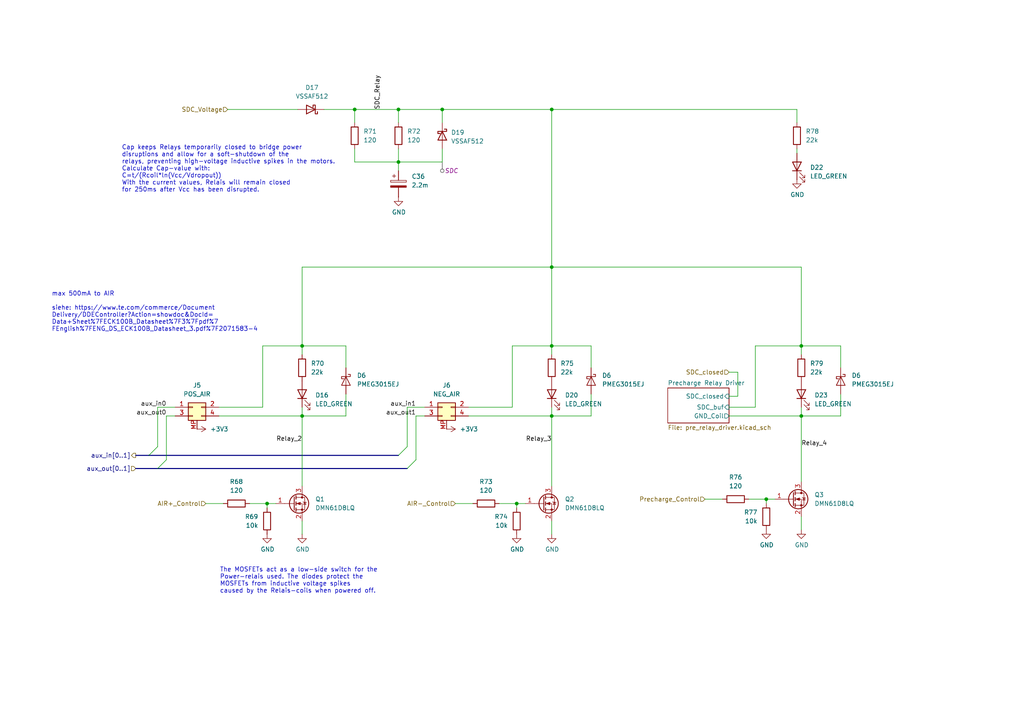
<source format=kicad_sch>
(kicad_sch (version 20250114) (generator "eeschema") (generator_version "9.0")
  (paper "A4")
  (title_block (title "Relay Drivers") (date "2025-03-09") (rev "V1") (comment 1 "Lene Marquardt"))
  (lib_symbols
    (symbol "Device:C_Polarized" (pin_numbers (hide yes)) (pin_names (offset 0.254))
      (property "Reference" "C" (at 0.635 2.54 0))
      (property "Value" "C_Polarized" (at 0.635 -2.54 0))
      (symbol "C_Polarized_0_1"
        (rectangle (start -2.286 0.508) (end 2.286 1.016))
        (polyline (pts (xy -1.778 2.286) (xy -0.762 2.286)))
        (polyline (pts (xy -1.27 2.794) (xy -1.27 1.778)))
        (rectangle (start 2.286 -0.508) (end -2.286 -1.016) (fill (type outline)))
      )
      (symbol "C_Polarized_1_1"
        (pin passive line (at 0 3.81 270) (length 2.794) (name "~") (number "1"))
        (pin passive line (at 0 -3.81 90) (length 2.794) (name "~") (number "2"))
      )
    )
    (symbol "Device:LED" (pin_numbers (hide yes)) (pin_names (offset 1.016) (hide yes))
      (property "Reference" "D" (at 0 2.54 0))
      (property "Value" "LED" (at 0 -2.54 0))
      (symbol "LED_0_1"
        (polyline (pts (xy -3.048 -0.762) (xy -4.572 -2.286) (xy -3.81 -2.286) (xy -4.572 -2.286) (xy -4.572 -1.524)))
        (polyline (pts (xy -1.778 -0.762) (xy -3.302 -2.286) (xy -2.54 -2.286) (xy -3.302 -2.286) (xy -3.302 -1.524)))
        (polyline (pts (xy -1.27 0) (xy 1.27 0)))
        (polyline (pts (xy -1.27 -1.27) (xy -1.27 1.27)) (stroke (width 0.254)))
        (polyline (pts (xy 1.27 -1.27) (xy 1.27 1.27) (xy -1.27 0) (xy 1.27 -1.27)) (stroke (width 0.254)))
      )
      (symbol "LED_1_1"
        (pin passive line (at -3.81 0 0) (length 2.54) (name "K") (number "1"))
        (pin passive line (at 3.81 0 180) (length 2.54) (name "A") (number "2"))
      )
    )
    (symbol "Device:R" (pin_numbers (hide yes)) (pin_names (offset 0))
      (property "Reference" "R" (at 2.032 0 90))
      (property "Value" "R" (at 0 0 90))
      (symbol "R_0_1"
        (rectangle (start -1.016 -2.54) (end 1.016 2.54) (stroke (width 0.254)))
      )
      (symbol "R_1_1"
        (pin passive line (at 0 3.81 270) (length 1.27) (name "~") (number "1"))
        (pin passive line (at 0 -3.81 90) (length 1.27) (name "~") (number "2"))
      )
    )
    (symbol "Diode:PMEG3015EJ" (pin_numbers (hide yes)) (pin_names (hide yes))
      (property "Reference" "D" (at 0 2.54 0))
      (property "Value" "PMEG3015EJ" (at 0 -2.54 0))
      (symbol "PMEG3015EJ_0_1"
        (polyline (pts (xy -1.905 0.635) (xy -1.905 1.27) (xy -1.27 1.27) (xy -1.27 -1.27) (xy -0.635 -1.27) (xy -0.635 -0.635)) (stroke (width 0.2032)))
        (polyline (pts (xy 1.27 1.27) (xy 1.27 -1.27) (xy -1.27 0) (xy 1.27 1.27)) (stroke (width 0.2032)))
        (polyline (pts (xy 1.27 0) (xy -1.27 0)))
      )
      (symbol "PMEG3015EJ_1_1"
        (pin passive line (at -3.81 0 0) (length 2.54) (name "K") (number "1"))
        (pin passive line (at 3.81 0 180) (length 2.54) (name "A") (number "2"))
      )
    )
    (symbol "Master:MMNL_2x2p_vertical" (pin_names (offset 1.016) (hide yes))
      (property "Reference" "J" (at 1.27 2.54 0))
      (property "Value" "MMNL_2x2p_vertical" (at 1.27 -5.08 0))
      (symbol "MMNL_2x2p_vertical_1_1"
        (rectangle (start -1.27 1.27) (end 3.81 -3.81) (stroke (width 0.254)) (fill (type background)))
        (rectangle (start -1.27 0.127) (end 0 -0.127) (stroke (width 0.1524)))
        (rectangle (start -1.27 -2.413) (end 0 -2.667) (stroke (width 0.1524)))
        (rectangle (start 3.81 0.127) (end 2.54 -0.127) (stroke (width 0.1524)))
        (rectangle (start 3.81 -2.413) (end 2.54 -2.667) (stroke (width 0.1524)))
        (pin passive line (at -5.08 0 0) (length 3.81) (name "Pin_1") (number "1"))
        (pin passive line (at -5.08 -2.54 0) (length 3.81) (name "Pin_3") (number "3"))
        (pin passive line (at 1.27 -6.35 90) (length 2.54) (name "") (number "MP"))
        (pin passive line (at 7.62 0 180) (length 3.81) (name "Pin_2") (number "2"))
        (pin passive line (at 7.62 -2.54 180) (length 3.81) (name "Pin_4") (number "4"))
      )
    )
    (symbol "Master:VSSAF512" (pin_numbers (hide yes)) (pin_names (offset 1.016) (hide yes))
      (property "Reference" "D" (at 0 2.54 0))
      (property "Value" "VSSAF512" (at 0 -2.54 0))
      (symbol "VSSAF512_0_1"
        (polyline (pts (xy -1.905 0.635) (xy -1.905 1.27) (xy -1.27 1.27) (xy -1.27 -1.27) (xy -0.635 -1.27) (xy -0.635 -0.635)) (stroke (width 0.254)))
        (polyline (pts (xy 1.27 1.27) (xy 1.27 -1.27) (xy -1.27 0) (xy 1.27 1.27)) (stroke (width 0.254)))
        (polyline (pts (xy 1.27 0) (xy -1.27 0)))
      )
      (symbol "VSSAF512_1_1"
        (pin passive line (at -3.81 0 0) (length 2.54) (name "K") (number "1"))
        (pin passive line (at 3.81 0 180) (length 2.54) (name "A") (number "2"))
      )
    )
    (symbol "Transistor_FET:DMN61D8LQ" (pin_names (hide yes))
      (property "Reference" "Q" (at 5.08 1.905 0))
      (property "Value" "DMN61D8LQ" (at 5.08 0 0))
      (symbol "DMN61D8LQ_0_1"
        (polyline (pts (xy 0.254 1.905) (xy 0.254 -1.905)) (stroke (width 0.254)))
        (polyline (pts (xy 0.254 0) (xy -2.54 0)))
        (polyline (pts (xy 0.762 2.286) (xy 0.762 1.27)) (stroke (width 0.254)))
        (polyline (pts (xy 0.762 0.508) (xy 0.762 -0.508)) (stroke (width 0.254)))
        (polyline (pts (xy 0.762 -1.27) (xy 0.762 -2.286)) (stroke (width 0.254)))
        (polyline (pts (xy 0.762 -1.778) (xy 3.302 -1.778) (xy 3.302 1.778) (xy 0.762 1.778)))
        (polyline (pts (xy 1.016 0) (xy 2.032 0.381) (xy 2.032 -0.381) (xy 1.016 0)) (fill (type outline)))
        (circle (center 1.651 0) (radius 2.794) (stroke (width 0.254)))
        (polyline (pts (xy 2.54 2.54) (xy 2.54 1.778)))
        (circle (center 2.54 1.778) (radius 0.254) (fill (type outline)))
        (circle (center 2.54 -1.778) (radius 0.254) (fill (type outline)))
        (polyline (pts (xy 2.54 -2.54) (xy 2.54 0) (xy 0.762 0)))
        (polyline (pts (xy 2.794 0.508) (xy 2.921 0.381) (xy 3.683 0.381) (xy 3.81 0.254)))
        (polyline (pts (xy 3.302 0.381) (xy 2.921 -0.254) (xy 3.683 -0.254) (xy 3.302 0.381)))
      )
      (symbol "DMN61D8LQ_1_1"
        (pin input line (at -5.08 0 0) (length 2.54) (name "G") (number "1"))
        (pin passive line (at 2.54 5.08 270) (length 2.54) (name "D") (number "3"))
        (pin passive line (at 2.54 -5.08 90) (length 2.54) (name "S") (number "2"))
      )
    )
    (symbol "power:+3V3" (power) (pin_numbers (hide yes)) (pin_names (offset 0) (hide yes))
      (property "Value" "+3V3" (at 0 3.556 0))
      (symbol "+3V3_0_1"
        (polyline (pts (xy -0.762 1.27) (xy 0 2.54)))
        (polyline (pts (xy 0 2.54) (xy 0.762 1.27)))
        (polyline (pts (xy 0 0) (xy 0 2.54)))
      )
      (symbol "+3V3_1_1"
        (pin power_in line (at 0 0 90) (length 0) (name "~") (number "1"))
      )
    )
    (symbol "power:GND" (power) (pin_numbers (hide yes)) (pin_names (offset 0) (hide yes))
      (property "Value" "GND" (at 0 -3.81 0))
      (symbol "GND_0_1"
        (polyline (pts (xy 0 0) (xy 0 -1.27) (xy 1.27 -1.27) (xy 0 -2.54) (xy -1.27 -1.27) (xy 0 -1.27)))
      )
      (symbol "GND_1_1"
        (pin power_in line (at 0 0 270) (length 0) (name "~") (number "1"))
      )
    )
  )
  (text "The MOSFETs act as a low-side switch for the\nPower-relais used. The diodes protect the\nMOSFETs from inductive voltage spikes\ncaused by the Relais-coils when powered off." (at 63.754 172.212 0) (effects (font (size 1.27 1.27)) (justify left bottom)))
  (text "max 500mA to AIR\n\nsiehe: https://www.te.com/commerce/Document\nDelivery/DDEController?Action=showdoc&DocId=\nData+Sheet%7FECK100B_Datasheet%7F3%7Fpdf%7\nFEnglish%7FENG_DS_ECK100B_Datasheet_3.pdf%7F2071583-4" (at 14.986 90.424 0) (effects (font (size 1.27 1.27)) (justify left)))
  (text "Cap keeps Relays temporarily closed to bridge power\ndisruptions and allow for a soft-shutdown of the \nrelays, preventing high-voltage inductive spikes in the motors. \nCalculate Cap-value with:\nC=t/(Rcoil*ln(Vcc/Vdropout))\nWith the current values, Relais will remain closed \nfor 250ms after Vcc has been disrupted." (at 35.306 55.88 0) (effects (font (size 1.27 1.27)) (justify left bottom)))
  (junction (at 160.02 31.75))
  (junction (at 160.02 77.47))
  (junction (at 160.02 120.65))
  (junction (at 115.57 31.75))
  (junction (at 232.41 120.65))
  (junction (at 102.87 31.75))
  (junction (at 128.27 31.75))
  (junction (at 222.25 144.78))
  (junction (at 115.57 46.99))
  (junction (at 232.41 100.33))
  (junction (at 149.86 146.05))
  (junction (at 87.63 120.65))
  (junction (at 160.02 100.33))
  (junction (at 77.47 146.05))
  (junction (at 87.63 100.33))
  (bus_entry (at 118.11 135.89) (size 2.54 -2.54))
  (bus_entry (at 115.57 132.08) (size 2.54 -2.54))
  (bus_entry (at 45.72 135.89) (size 2.54 -2.54))
  (bus_entry (at 43.18 132.08) (size 2.54 -2.54))
  (wire (pts (xy 160.02 118.11) (xy 160.02 120.65)))
  (wire (pts (xy 232.41 149.86) (xy 232.41 153.67)))
  (wire (pts (xy 118.11 118.11) (xy 123.19 118.11)))
  (wire (pts (xy 72.39 146.05) (xy 77.47 146.05)))
  (wire (pts (xy 148.59 118.11) (xy 148.59 100.33)))
  (wire (pts (xy 87.63 120.65) (xy 87.63 118.11)))
  (wire (pts (xy 118.11 129.54) (xy 118.11 118.11)))
  (wire (pts (xy 87.63 154.94) (xy 87.63 151.13)))
  (wire (pts (xy 204.47 144.78) (xy 209.55 144.78)))
  (wire (pts (xy 222.25 144.78) (xy 224.79 144.78)))
  (wire (pts (xy 59.69 146.05) (xy 64.77 146.05)))
  (wire (pts (xy 128.27 31.75) (xy 160.02 31.75)))
  (wire (pts (xy 232.41 77.47) (xy 232.41 100.33)))
  (wire (pts (xy 148.59 100.33) (xy 160.02 100.33)))
  (wire (pts (xy 171.45 114.3) (xy 171.45 120.65)))
  (wire (pts (xy 135.89 118.11) (xy 148.59 118.11)))
  (wire (pts (xy 120.65 120.65) (xy 123.19 120.65)))
  (wire (pts (xy 87.63 77.47) (xy 160.02 77.47)))
  (wire (pts (xy 160.02 120.65) (xy 160.02 140.97)))
  (wire (pts (xy 115.57 46.99) (xy 115.57 49.53)))
  (wire (pts (xy 160.02 100.33) (xy 171.45 100.33)))
  (wire (pts (xy 211.455 120.65) (xy 232.41 120.65)))
  (wire (pts (xy 120.65 120.65) (xy 120.65 133.35)))
  (wire (pts (xy 87.63 77.47) (xy 87.63 100.33)))
  (bus (pts (xy 39.37 135.89) (xy 45.72 135.89)))
  (wire (pts (xy 102.87 31.75) (xy 115.57 31.75)))
  (wire (pts (xy 63.5 120.65) (xy 87.63 120.65)))
  (wire (pts (xy 48.26 120.65) (xy 50.8 120.65)))
  (wire (pts (xy 160.02 100.33) (xy 160.02 102.87)))
  (wire (pts (xy 231.14 44.45) (xy 231.14 43.18)))
  (wire (pts (xy 171.45 120.65) (xy 160.02 120.65)))
  (wire (pts (xy 144.78 146.05) (xy 149.86 146.05)))
  (wire (pts (xy 149.86 146.05) (xy 152.4 146.05)))
  (wire (pts (xy 77.47 146.05) (xy 80.01 146.05)))
  (wire (pts (xy 115.57 43.18) (xy 115.57 46.99)))
  (wire (pts (xy 102.87 46.99) (xy 115.57 46.99)))
  (wire (pts (xy 232.41 120.65) (xy 243.84 120.65)))
  (wire (pts (xy 232.41 120.65) (xy 232.41 139.7)))
  (wire (pts (xy 66.04 31.75) (xy 86.36 31.75)))
  (wire (pts (xy 128.27 46.99) (xy 128.27 43.18)))
  (wire (pts (xy 213.995 107.95) (xy 213.995 114.935)))
  (wire (pts (xy 76.2 100.33) (xy 87.63 100.33)))
  (wire (pts (xy 160.02 31.75) (xy 160.02 77.47)))
  (wire (pts (xy 135.89 120.65) (xy 160.02 120.65)))
  (wire (pts (xy 213.995 114.935) (xy 211.455 114.935)))
  (wire (pts (xy 149.86 146.05) (xy 149.86 147.32)))
  (wire (pts (xy 45.72 118.11) (xy 50.8 118.11)))
  (wire (pts (xy 100.33 100.33) (xy 100.33 106.68)))
  (wire (pts (xy 77.47 147.32) (xy 77.47 146.05)))
  (wire (pts (xy 243.84 114.3) (xy 243.84 120.65)))
  (wire (pts (xy 102.87 43.18) (xy 102.87 46.99)))
  (wire (pts (xy 217.17 144.78) (xy 222.25 144.78)))
  (wire (pts (xy 211.455 107.95) (xy 213.995 107.95)))
  (wire (pts (xy 243.84 100.33) (xy 243.84 106.68)))
  (wire (pts (xy 128.27 31.75) (xy 128.27 35.56)))
  (wire (pts (xy 45.72 129.54) (xy 45.72 118.11)))
  (wire (pts (xy 231.14 35.56) (xy 231.14 31.75)))
  (wire (pts (xy 232.41 100.33) (xy 243.84 100.33)))
  (wire (pts (xy 100.33 100.33) (xy 87.63 100.33)))
  (wire (pts (xy 93.98 31.75) (xy 102.87 31.75)))
  (wire (pts (xy 63.5 118.11) (xy 76.2 118.11)))
  (wire (pts (xy 232.41 118.11) (xy 232.41 120.65)))
  (wire (pts (xy 171.45 100.33) (xy 171.45 106.68)))
  (wire (pts (xy 132.08 146.05) (xy 137.16 146.05)))
  (bus (pts (xy 45.72 135.89) (xy 118.11 135.89)))
  (wire (pts (xy 222.25 144.78) (xy 222.25 146.05)))
  (wire (pts (xy 115.57 31.75) (xy 128.27 31.75)))
  (wire (pts (xy 87.63 120.65) (xy 100.33 120.65)))
  (wire (pts (xy 219.075 100.33) (xy 219.075 118.11)))
  (wire (pts (xy 232.41 100.33) (xy 232.41 102.87)))
  (wire (pts (xy 102.87 31.75) (xy 102.87 35.56)))
  (wire (pts (xy 160.02 77.47) (xy 232.41 77.47)))
  (wire (pts (xy 160.02 151.13) (xy 160.02 154.94)))
  (wire (pts (xy 87.63 100.33) (xy 87.63 102.87)))
  (wire (pts (xy 219.075 100.33) (xy 232.41 100.33)))
  (wire (pts (xy 100.33 120.65) (xy 100.33 114.3)))
  (wire (pts (xy 160.02 31.75) (xy 231.14 31.75)))
  (bus (pts (xy 39.37 132.08) (xy 43.18 132.08)))
  (bus (pts (xy 43.18 132.08) (xy 115.57 132.08)))
  (wire (pts (xy 115.57 31.75) (xy 115.57 35.56)))
  (wire (pts (xy 87.63 140.97) (xy 87.63 120.65)))
  (wire (pts (xy 76.2 100.33) (xy 76.2 118.11)))
  (wire (pts (xy 48.26 120.65) (xy 48.26 133.35)))
  (wire (pts (xy 211.455 118.11) (xy 219.075 118.11)))
  (wire (pts (xy 115.57 46.99) (xy 128.27 46.99)))
  (wire (pts (xy 160.02 77.47) (xy 160.02 100.33)))
  (label "Relay_4" (at 232.41 129.54 0) (property "Netclass" "SDC" (effects (hide yes))))
  (label "aux_in1" (at 120.65 118.11 180))
  (label "SDC_Relay" (at 110.49 31.75 90) (property "Netclass" "SDC" (effects (hide yes))))
  (label "aux_in0" (at 48.26 118.11 180))
  (label "Relay_3" (at 160.02 128.27 180) (property "Netclass" "SDC" (effects (hide yes))))
  (label "aux_out0" (at 48.26 120.65 180))
  (label "Relay_2" (at 87.63 128.27 180) (property "Netclass" "SDC" (effects (hide yes))))
  (label "aux_out1" (at 120.65 120.65 180))
  (hierarchical_label "aux_in[0..1]" (shape output) (at 39.37 132.08 180))
  (hierarchical_label "AIR-_Control" (shape input) (at 132.08 146.05 180))
  (hierarchical_label "AIR+_Control" (shape input) (at 59.69 146.05 180))
  (hierarchical_label "SDC_Voltage" (shape input) (at 66.04 31.75 180))
  (hierarchical_label "aux_out[0..1]" (shape input) (at 39.37 135.89 180))
  (hierarchical_label "SDC_closed" (shape input) (at 211.455 107.95 180))
  (hierarchical_label "Precharge_Control" (shape input) (at 204.47 144.78 180))
  (netclass_flag "" (length 2.54) (shape round) (at 128.27 46.99 180) (property "Netclass" "SDC" (at 128.9685 49.53 0) (effects (font (italic yes)) (justify left))))
  (symbol (lib_id "Device:C_Polarized") (at 115.57 53.34 0) (unit 1)
    (property "Reference" "C36" (at 119.38 51.181 0) (effects (justify left)))
    (property "Value" "2.2m" (at 119.38 53.721 0) (effects (justify left)))
    (property "Footprint" "Master:WCAP-ASLI_16" (effects (hide yes)))
    (property "Datasheet" "https://www.we-online.com/components/products/datasheet/865080463017.pdf" (effects (hide yes)))
    (property "Description" "Polarized capacitor" (effects (hide yes)))
  )
  (symbol (lib_id "power:GND") (at 232.41 153.67 0) (unit 1)
    (property "Reference" "#PWR078" (effects (hide yes)))
    (property "Value" "GND" (at 232.537 158.0642 0))
    (property "Description" "Power symbol creates a global label with name \"GND\" , ground" (effects (hide yes)))
  )
  (symbol (lib_id "Device:R") (at 87.63 106.68 0) (unit 1)
    (property "Reference" "R70" (at 90.17 105.41 0) (effects (justify left)))
    (property "Value" "22k" (at 90.17 107.95 0) (effects (justify left)))
    (property "Footprint" "Resistor_SMD:R_0603_1608Metric" (effects (hide yes)))
    (property "Description" "Resistor" (effects (hide yes)))
  )
  (symbol (lib_id "Device:LED") (at 232.41 114.3 90) (unit 1)
    (property "Reference" "D23" (at 236.22 114.6175 90) (effects (justify right)))
    (property "Value" "LED_GREEN" (at 236.22 117.1575 90) (effects (justify right)))
    (property "Footprint" "LED_SMD:LED_0603_1608Metric" (effects (hide yes)))
    (property "Description" "Light emitting diode" (effects (hide yes)))
  )
  (symbol (lib_id "Device:R") (at 115.57 39.37 180) (unit 1)
    (property "Reference" "R72" (at 118.11 38.1 0) (effects (justify right)))
    (property "Value" "120" (at 118.11 40.64 0) (effects (justify right)))
    (property "Footprint" "Resistor_SMD:R_0603_1608Metric" (effects (hide yes)))
    (property "Description" "Resistor" (effects (hide yes)))
  )
  (symbol (lib_id "power:GND") (at 87.63 154.94 0) (unit 1)
    (property "Reference" "#PWR070" (effects (hide yes)))
    (property "Value" "GND" (at 87.757 159.3342 0))
    (property "Description" "Power symbol creates a global label with name \"GND\" , ground" (effects (hide yes)))
  )
  (symbol (lib_id "Device:R") (at 68.58 146.05 90) (unit 1)
    (property "Reference" "R68" (at 68.58 139.7 90))
    (property "Value" "120" (at 68.58 142.24 90))
    (property "Footprint" "Resistor_SMD:R_0603_1608Metric" (effects (hide yes)))
    (property "Description" "Resistor" (effects (hide yes)))
  )
  (symbol (lib_id "Master:MMNL_2x2p_vertical") (at 55.88 118.11 0) (unit 1)
    (property "Reference" "J5" (at 57.15 111.76 0))
    (property "Value" "POS_AIR" (at 57.15 114.3 0))
    (property "Footprint" "FaSTTUBe_connectors:Micro_Mate-N-Lok_2x2p_vertical" (effects (hide yes)))
    (property "Description" "Generic connector, double row, 02x02, odd/even pin numbering scheme (row 1 odd numbers, row 2 even numbers), script generated (kicad-library-utils/schlib/autogen/connector/)" (effects (hide yes)))
    (property "Silkscreen" "AIR+" (effects (hide yes)))
  )
  (symbol (lib_id "Device:LED") (at 87.63 114.3 90) (unit 1)
    (property "Reference" "D16" (at 91.44 114.6175 90) (effects (justify right)))
    (property "Value" "LED_GREEN" (at 91.44 117.1575 90) (effects (justify right)))
    (property "Footprint" "LED_SMD:LED_0603_1608Metric" (effects (hide yes)))
    (property "Description" "Light emitting diode" (effects (hide yes)))
  )
  (symbol (lib_id "power:+3V3") (at 129.54 124.46 270) (unit 1)
    (property "Reference" "#PWR072" (effects (hide yes)))
    (property "Value" "+3V3" (at 133.35 124.4599 90) (effects (justify left)))
    (property "Description" "Power symbol creates a global label with name \"+3V3\"" (effects (hide yes)))
  )
  (symbol (lib_id "Device:R") (at 102.87 39.37 180) (unit 1)
    (property "Reference" "R71" (at 105.41 38.1 0) (effects (justify right)))
    (property "Value" "120" (at 105.41 40.64 0) (effects (justify right)))
    (property "Footprint" "Resistor_SMD:R_0603_1608Metric" (effects (hide yes)))
    (property "Description" "Resistor" (effects (hide yes)))
  )
  (symbol (lib_id "Device:R") (at 77.47 151.13 0) (unit 1)
    (property "Reference" "R69" (at 74.93 149.86 0) (effects (justify right)))
    (property "Value" "10k" (at 74.93 152.4 0) (effects (justify right)))
    (property "Footprint" "Resistor_SMD:R_0603_1608Metric" (effects (hide yes)))
    (property "Description" "Resistor" (effects (hide yes)))
  )
  (symbol (lib_id "Device:R") (at 231.14 39.37 0) (unit 1)
    (property "Reference" "R78" (at 233.68 38.1 0) (effects (justify left)))
    (property "Value" "22k" (at 233.68 40.64 0) (effects (justify left)))
    (property "Footprint" "Resistor_SMD:R_0603_1608Metric" (effects (hide yes)))
    (property "Description" "Resistor" (effects (hide yes)))
  )
  (symbol (lib_id "Transistor_FET:DMN61D8LQ") (at 85.09 146.05 0) (unit 1)
    (property "Reference" "Q1" (at 91.44 144.7799 0) (effects (justify left)))
    (property "Value" "DMN61D8LQ" (at 91.44 147.3199 0) (effects (justify left)))
    (property "Footprint" "Package_TO_SOT_SMD:SOT-23" (effects (hide yes)))
    (property "Datasheet" "https://www.diodes.com/assets/Datasheets/DMN61D8LQ.pdf" (effects (hide yes)))
    (property "Description" "60V Vds, 0.470A Id, N-Channel MOSFET for switching inductive loads , SOT-23" (effects (hide yes)))
  )
  (symbol (lib_id "Device:R") (at 232.41 106.68 0) (unit 1)
    (property "Reference" "R79" (at 234.95 105.41 0) (effects (justify left)))
    (property "Value" "22k" (at 234.95 107.95 0) (effects (justify left)))
    (property "Footprint" "Resistor_SMD:R_0603_1608Metric" (effects (hide yes)))
    (property "Description" "Resistor" (effects (hide yes)))
  )
  (symbol (lib_id "Diode:PMEG3015EJ") (at 100.33 110.49 270) (unit 1)
    (property "Reference" "D18" (at 103.505 108.9025 90) (effects (justify left)))
    (property "Value" "PMEG3015EJ" (at 103.505 111.4425 90) (effects (justify left)))
    (property "Footprint" "Diode_SMD:D_SOD-323F" (effects (hide yes)))
    (property "Datasheet" "https://assets.nexperia.com/documents/data-sheet/PMEG3015EH_EJ.pdf" (effects (hide yes)))
    (property "Description" "30V, 1.5A ultra low Vf MEGA Schottky barrier rectifier, SOD-323F" (effects (hide yes)))
    (instances (project "LVBMS" (path "" (reference "D6") (unit 1))) (project "Master_FT25" (path "" (reference "D18") (unit 1))))
  )
  (symbol (lib_id "Diode:PMEG3015EJ") (at 243.84 110.49 270) (unit 1)
    (property "Reference" "D24" (at 247.015 108.9025 90) (effects (justify left)))
    (property "Value" "PMEG3015EJ" (at 247.015 111.4425 90) (effects (justify left)))
    (property "Footprint" "Diode_SMD:D_SOD-323F" (effects (hide yes)))
    (property "Datasheet" "https://assets.nexperia.com/documents/data-sheet/PMEG3015EH_EJ.pdf" (effects (hide yes)))
    (property "Description" "30V, 1.5A ultra low Vf MEGA Schottky barrier rectifier, SOD-323F" (effects (hide yes)))
    (instances (project "LVBMS" (path "" (reference "D6") (unit 1))) (project "Master_FT25" (path "" (reference "D24") (unit 1))))
  )
  (symbol (lib_id "power:+3V3") (at 57.15 124.46 270) (unit 1)
    (property "Reference" "#PWR068" (effects (hide yes)))
    (property "Value" "+3V3" (at 60.96 124.4599 90) (effects (justify left)))
    (property "Description" "Power symbol creates a global label with name \"+3V3\"" (effects (hide yes)))
  )
  (symbol (lib_id "Device:R") (at 149.86 151.13 0) (unit 1)
    (property "Reference" "R74" (at 147.32 149.86 0) (effects (justify right)))
    (property "Value" "10k" (at 147.32 152.4 0) (effects (justify right)))
    (property "Footprint" "Resistor_SMD:R_0603_1608Metric" (effects (hide yes)))
    (property "Description" "Resistor" (effects (hide yes)))
  )
  (symbol (lib_id "Device:R") (at 160.02 106.68 0) (unit 1)
    (property "Reference" "R75" (at 162.56 105.41 0) (effects (justify left)))
    (property "Value" "22k" (at 162.56 107.95 0) (effects (justify left)))
    (property "Footprint" "Resistor_SMD:R_0603_1608Metric" (effects (hide yes)))
    (property "Description" "Resistor" (effects (hide yes)))
  )
  (symbol (lib_id "Device:R") (at 222.25 149.86 0) (unit 1)
    (property "Reference" "R77" (at 219.71 148.59 0) (effects (justify right)))
    (property "Value" "10k" (at 219.71 151.13 0) (effects (justify right)))
    (property "Footprint" "Resistor_SMD:R_0603_1608Metric" (effects (hide yes)))
    (property "Description" "Resistor" (effects (hide yes)))
  )
  (symbol (lib_id "power:GND") (at 160.02 154.94 0) (unit 1)
    (property "Reference" "#PWR074" (effects (hide yes)))
    (property "Value" "GND" (at 160.147 159.3342 0))
    (property "Description" "Power symbol creates a global label with name \"GND\" , ground" (effects (hide yes)))
  )
  (symbol (lib_id "power:GND") (at 115.57 57.15 0) (unit 1)
    (property "Reference" "#PWR071" (effects (hide yes)))
    (property "Value" "GND" (at 115.697 61.5442 0))
    (property "Description" "Power symbol creates a global label with name \"GND\" , ground" (effects (hide yes)))
  )
  (symbol (lib_id "Master:VSSAF512") (at 128.27 39.37 270) (unit 1)
    (property "Reference" "D19" (at 130.81 38.4175 90) (effects (justify left)))
    (property "Value" "VSSAF512" (at 130.81 40.9575 90) (effects (justify left)))
    (property "Footprint" "Diode_SMD:D_SMA" (effects (hide yes)))
    (property "Datasheet" "https://www.vishay.com/docs/87611/vssaf512.pdf" (effects (hide yes)))
    (property "Description" "Schottky diode 100V, 5A" (effects (hide yes)))
  )
  (symbol (lib_id "Master:MMNL_2x2p_vertical") (at 128.27 118.11 0) (unit 1)
    (property "Reference" "J6" (at 129.54 111.76 0))
    (property "Value" "NEG_AIR" (at 129.54 114.3 0))
    (property "Footprint" "FaSTTUBe_connectors:Micro_Mate-N-Lok_2x2p_vertical" (effects (hide yes)))
    (property "Description" "Generic connector, double row, 02x02, odd/even pin numbering scheme (row 1 odd numbers, row 2 even numbers), script generated (kicad-library-utils/schlib/autogen/connector/)" (effects (hide yes)))
    (property "Silkscreen" "AIR-" (effects (hide yes)))
  )
  (symbol (lib_id "Transistor_FET:DMN61D8LQ") (at 157.48 146.05 0) (unit 1)
    (property "Reference" "Q2" (at 163.83 144.7799 0) (effects (justify left)))
    (property "Value" "DMN61D8LQ" (at 163.83 147.3199 0) (effects (justify left)))
    (property "Footprint" "Package_TO_SOT_SMD:SOT-23" (effects (hide yes)))
    (property "Datasheet" "https://www.diodes.com/assets/Datasheets/DMN61D8LQ.pdf" (effects (hide yes)))
    (property "Description" "60V Vds, 0.470A Id, N-Channel MOSFET for switching inductive loads , SOT-23" (effects (hide yes)))
  )
  (symbol (lib_id "power:GND") (at 149.86 154.94 0) (unit 1)
    (property "Reference" "#PWR073" (effects (hide yes)))
    (property "Value" "GND" (at 149.987 159.3342 0))
    (property "Description" "Power symbol creates a global label with name \"GND\" , ground" (effects (hide yes)))
  )
  (symbol (lib_id "power:GND") (at 77.47 154.94 0) (unit 1)
    (property "Reference" "#PWR069" (effects (hide yes)))
    (property "Value" "GND" (at 77.597 159.3342 0))
    (property "Description" "Power symbol creates a global label with name \"GND\" , ground" (effects (hide yes)))
  )
  (symbol (lib_id "power:GND") (at 222.25 153.67 0) (unit 1)
    (property "Reference" "#PWR076" (effects (hide yes)))
    (property "Value" "GND" (at 222.377 158.0642 0))
    (property "Description" "Power symbol creates a global label with name \"GND\" , ground" (effects (hide yes)))
  )
  (symbol (lib_id "Device:R") (at 213.36 144.78 90) (unit 1)
    (property "Reference" "R76" (at 213.36 138.43 90))
    (property "Value" "120" (at 213.36 140.97 90))
    (property "Footprint" "Resistor_SMD:R_0603_1608Metric" (effects (hide yes)))
    (property "Description" "Resistor" (effects (hide yes)))
  )
  (symbol (lib_id "Device:LED") (at 231.14 48.26 90) (unit 1)
    (property "Reference" "D22" (at 234.95 48.5775 90) (effects (justify right)))
    (property "Value" "LED_GREEN" (at 234.95 51.1175 90) (effects (justify right)))
    (property "Footprint" "LED_SMD:LED_0603_1608Metric" (effects (hide yes)))
    (property "Description" "Light emitting diode" (effects (hide yes)))
  )
  (symbol (lib_id "Transistor_FET:DMN61D8LQ") (at 229.87 144.78 0) (unit 1)
    (property "Reference" "Q3" (at 236.22 143.5099 0) (effects (justify left)))
    (property "Value" "DMN61D8LQ" (at 236.22 146.0499 0) (effects (justify left)))
    (property "Footprint" "Package_TO_SOT_SMD:SOT-23" (effects (hide yes)))
    (property "Datasheet" "https://www.diodes.com/assets/Datasheets/DMN61D8LQ.pdf" (effects (hide yes)))
    (property "Description" "60V Vds, 0.470A Id, N-Channel MOSFET for switching inductive loads , SOT-23" (effects (hide yes)))
  )
  (symbol (lib_id "Device:R") (at 140.97 146.05 90) (unit 1)
    (property "Reference" "R73" (at 140.97 139.7 90))
    (property "Value" "120" (at 140.97 142.24 90))
    (property "Footprint" "Resistor_SMD:R_0603_1608Metric" (effects (hide yes)))
    (property "Description" "Resistor" (effects (hide yes)))
  )
  (symbol (lib_id "Device:LED") (at 160.02 114.3 90) (unit 1)
    (property "Reference" "D20" (at 163.83 114.6175 90) (effects (justify right)))
    (property "Value" "LED_GREEN" (at 163.83 117.1575 90) (effects (justify right)))
    (property "Footprint" "LED_SMD:LED_0603_1608Metric" (effects (hide yes)))
    (property "Description" "Light emitting diode" (effects (hide yes)))
  )
  (symbol (lib_id "Diode:PMEG3015EJ") (at 171.45 110.49 270) (unit 1)
    (property "Reference" "D21" (at 174.625 108.9025 90) (effects (justify left)))
    (property "Value" "PMEG3015EJ" (at 174.625 111.4425 90) (effects (justify left)))
    (property "Footprint" "Diode_SMD:D_SOD-323F" (effects (hide yes)))
    (property "Datasheet" "https://assets.nexperia.com/documents/data-sheet/PMEG3015EH_EJ.pdf" (effects (hide yes)))
    (property "Description" "30V, 1.5A ultra low Vf MEGA Schottky barrier rectifier, SOD-323F" (effects (hide yes)))
    (instances (project "LVBMS" (path "" (reference "D6") (unit 1))) (project "Master_FT25" (path "" (reference "D21") (unit 1))))
  )
  (symbol (lib_id "Master:VSSAF512") (at 90.17 31.75 180) (unit 1)
    (property "Reference" "D17" (at 90.4875 25.4 0))
    (property "Value" "VSSAF512" (at 90.4875 27.94 0))
    (property "Footprint" "Diode_SMD:D_SMA" (effects (hide yes)))
    (property "Datasheet" "https://www.vishay.com/docs/87611/vssaf512.pdf" (effects (hide yes)))
    (property "Description" "Schottky diode 100V, 5A" (effects (hide yes)))
  )
  (symbol (lib_id "power:GND") (at 231.14 52.07 0) (unit 1)
    (property "Reference" "#PWR077" (effects (hide yes)))
    (property "Value" "GND" (at 231.267 56.4642 0))
    (property "Description" "Power symbol creates a global label with name \"GND\" , ground" (effects (hide yes)))
  )
  (sheet (at 193.675 112.522) (size 17.78 10.16) (stroke (width 0.1524))
    (property "Sheetname" "Precharge Relay Driver" (at 193.675 111.8104 0) (effects (justify left bottom)))
    (property "Sheetfile" "pre_relay_driver.kicad_sch" (at 193.675 123.2666 0) (effects (justify left top)))
    (pin "SDC_closed" input (at 211.455 114.935 0))
    (pin "SDC_buf" input (at 211.455 118.11 0))
    (pin "GND_Coil" output (at 211.455 120.65 0))
  )
)
</source>
